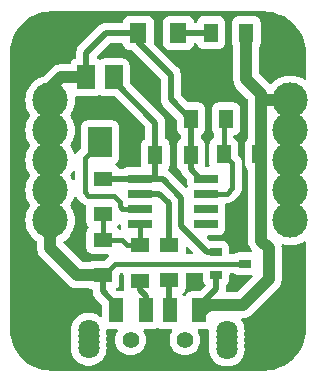
<source format=gbr>
%TF.GenerationSoftware,KiCad,Pcbnew,8.0.7*%
%TF.CreationDate,2025-05-21T10:56:43+00:00*%
%TF.ProjectId,QC_Hack_wPins,51435f48-6163-46b5-9f77-50696e732e6b,v1*%
%TF.SameCoordinates,Original*%
%TF.FileFunction,Copper,L1,Top*%
%TF.FilePolarity,Positive*%
%FSLAX46Y46*%
G04 Gerber Fmt 4.6, Leading zero omitted, Abs format (unit mm)*
G04 Created by KiCad (PCBNEW 8.0.7) date 2025-05-21 10:56:43*
%MOMM*%
%LPD*%
G01*
G04 APERTURE LIST*
%TA.AperFunction,ComponentPad*%
%ADD10C,1.400000*%
%TD*%
%TA.AperFunction,SMDPad,CuDef*%
%ADD11R,1.200000X2.000000*%
%TD*%
%TA.AperFunction,ComponentPad*%
%ADD12C,1.800000*%
%TD*%
%TA.AperFunction,SMDPad,CuDef*%
%ADD13R,1.600000X1.200000*%
%TD*%
%TA.AperFunction,ComponentPad*%
%ADD14C,3.000000*%
%TD*%
%TA.AperFunction,SMDPad,CuDef*%
%ADD15R,1.200000X1.600000*%
%TD*%
%TA.AperFunction,SMDPad,CuDef*%
%ADD16R,1.400000X1.700000*%
%TD*%
%TA.AperFunction,SMDPad,CuDef*%
%ADD17R,2.000000X0.800000*%
%TD*%
%TA.AperFunction,SMDPad,CuDef*%
%ADD18R,1.500000X2.000000*%
%TD*%
%TA.AperFunction,SMDPad,CuDef*%
%ADD19R,2.000000X2.500000*%
%TD*%
%TA.AperFunction,SMDPad,CuDef*%
%ADD20R,1.000000X0.700000*%
%TD*%
%TA.AperFunction,Conductor*%
%ADD21C,0.500000*%
%TD*%
%TA.AperFunction,Conductor*%
%ADD22C,1.000000*%
%TD*%
%TA.AperFunction,Conductor*%
%ADD23C,0.400000*%
%TD*%
G04 APERTURE END LIST*
D10*
%TO.P,P1,*%
%TO.N,*%
X34750000Y-50750000D03*
X39350000Y-50750000D03*
D11*
%TO.P,P1,1,5V*%
%TO.N,VBUS*%
X40550000Y-48250000D03*
%TO.P,P1,2,D-*%
%TO.N,Net-(P1-D-)*%
X38050000Y-48250000D03*
%TO.P,P1,3,D+*%
%TO.N,Net-(P1-D+)*%
X36050000Y-48250000D03*
%TO.P,P1,4,GND*%
%TO.N,GND*%
X33550000Y-48250000D03*
D12*
%TO.P,P1,5,SHIELD*%
%TO.N,unconnected-(P1-SHIELD-Pad5)_1*%
X31200000Y-49950000D03*
%TO.N,unconnected-(P1-SHIELD-Pad5)_6*%
X31200000Y-50450000D03*
%TO.N,unconnected-(P1-SHIELD-Pad5)_5*%
X31200000Y-50950000D03*
%TO.N,unconnected-(P1-SHIELD-Pad5)_7*%
X31200000Y-51450000D03*
%TO.N,unconnected-(P1-SHIELD-Pad5)_4*%
X42900000Y-50000000D03*
%TO.N,unconnected-(P1-SHIELD-Pad5)_3*%
X42900000Y-50500000D03*
%TO.N,unconnected-(P1-SHIELD-Pad5)*%
X42900000Y-51000000D03*
%TO.N,unconnected-(P1-SHIELD-Pad5)_2*%
X42900000Y-51500000D03*
%TD*%
D13*
%TO.P,R3,1*%
%TO.N,D+*%
X35550000Y-42750000D03*
%TO.P,R3,2*%
%TO.N,Net-(P1-D+)*%
X35550000Y-45750000D03*
%TD*%
D14*
%TO.P,J2,1,Pin_1*%
%TO.N,GND*%
X27940000Y-30480000D03*
%TO.P,J2,2,Pin_2*%
X27940000Y-33020000D03*
%TO.P,J2,3,Pin_3*%
X27940000Y-35560000D03*
%TO.P,J2,4,Pin_4*%
X27940000Y-38100000D03*
%TO.P,J2,5,Pin_5*%
X27940000Y-40640000D03*
%TD*%
D15*
%TO.P,C1,1*%
%TO.N,+3.3V*%
X36850000Y-35100000D03*
%TO.P,C1,2*%
%TO.N,GND*%
X39850000Y-35100000D03*
%TD*%
D13*
%TO.P,R1,1*%
%TO.N,D+*%
X32400000Y-42300000D03*
%TO.P,R1,2*%
%TO.N,GND*%
X32400000Y-45300000D03*
%TD*%
D15*
%TO.P,R5,1*%
%TO.N,VBUS*%
X44550000Y-24750000D03*
%TO.P,R5,2*%
%TO.N,Net-(D1-A)*%
X41550000Y-24750000D03*
%TD*%
D16*
%TO.P,D1,1,K*%
%TO.N,GND*%
X35400000Y-24750000D03*
%TO.P,D1,2,A*%
%TO.N,Net-(D1-A)*%
X38800000Y-24750000D03*
%TD*%
D13*
%TO.P,R2,1*%
%TO.N,+3.3V*%
X32400000Y-37100000D03*
%TO.P,R2,2*%
%TO.N,D+*%
X32400000Y-40100000D03*
%TD*%
%TO.P,R4,1*%
%TO.N,D-*%
X38000000Y-42700000D03*
%TO.P,R4,2*%
%TO.N,Net-(P1-D-)*%
X38000000Y-45700000D03*
%TD*%
D15*
%TO.P,R6,1*%
%TO.N,VBUS*%
X45620000Y-35030000D03*
%TO.P,R6,2*%
%TO.N,SENSE*%
X42620000Y-35030000D03*
%TD*%
D17*
%TO.P,U1,1,VCC*%
%TO.N,+3.3V*%
X35550000Y-37100000D03*
%TO.P,U1,2,DAC*%
%TO.N,D-*%
X35550000Y-38370000D03*
%TO.P,U1,3,PA7*%
%TO.N,REG*%
X35550000Y-39640000D03*
%TO.P,U1,4,PA1*%
%TO.N,D+*%
X35550000Y-40910000D03*
%TO.P,U1,5,PA2*%
%TO.N,unconnected-(U1-PA2-Pad5)*%
X41150000Y-40910000D03*
%TO.P,U1,6,UPDI*%
%TO.N,unconnected-(U1-UPDI-Pad6)*%
X41150000Y-39640000D03*
%TO.P,U1,7,PA3*%
%TO.N,SENSE*%
X41150000Y-38370000D03*
%TO.P,U1,8,GND*%
%TO.N,GND*%
X41150000Y-37100000D03*
%TD*%
D18*
%TO.P,RV1,1,1*%
%TO.N,GND*%
X30995000Y-28525000D03*
D19*
%TO.P,RV1,2,2*%
%TO.N,REG*%
X32155000Y-34025000D03*
D18*
%TO.P,RV1,3,3*%
%TO.N,+3.3V*%
X33305000Y-28525000D03*
%TD*%
D15*
%TO.P,R7,1*%
%TO.N,SENSE*%
X42850000Y-32050000D03*
%TO.P,R7,2*%
%TO.N,GND*%
X39850000Y-32050000D03*
%TD*%
D20*
%TO.P,U3,1,VO*%
%TO.N,+3.3V*%
X42000000Y-43350000D03*
%TO.P,U3,2,VI*%
%TO.N,VBUS*%
X42000000Y-45250000D03*
%TO.P,U3,3,GND*%
%TO.N,GND*%
X44400000Y-44300000D03*
%TD*%
D14*
%TO.P,J1,1,Pin_1*%
%TO.N,VBUS*%
X48260000Y-30480000D03*
%TO.P,J1,2,Pin_2*%
X48260000Y-33020000D03*
%TO.P,J1,3,Pin_3*%
X48260000Y-35560000D03*
%TO.P,J1,4,Pin_4*%
X48260000Y-38100000D03*
%TO.P,J1,5,Pin_5*%
X48260000Y-40640000D03*
%TD*%
D21*
%TO.N,+3.3V*%
X41250000Y-43350000D02*
X39050000Y-41150000D01*
X33305000Y-28805000D02*
X36850000Y-32350000D01*
X36850000Y-35100000D02*
X36850000Y-37100000D01*
X42000000Y-43350000D02*
X41250000Y-43350000D01*
X33305000Y-28525000D02*
X33305000Y-28805000D01*
X36850000Y-37100000D02*
X35550000Y-37100000D01*
X39050000Y-38700000D02*
X37450000Y-37100000D01*
X36850000Y-32350000D02*
X36850000Y-35100000D01*
X32400000Y-37100000D02*
X35550000Y-37100000D01*
X39050000Y-41150000D02*
X39050000Y-38700000D01*
X37450000Y-37100000D02*
X36850000Y-37100000D01*
%TO.N,GND*%
X40650000Y-37100000D02*
X39850000Y-36300000D01*
D22*
X27940000Y-40640000D02*
X27940000Y-30480000D01*
D21*
X35400000Y-25550000D02*
X35400000Y-24750000D01*
X39850000Y-36300000D02*
X39850000Y-35100000D01*
D23*
X33400000Y-44300000D02*
X32400000Y-45300000D01*
D21*
X38150000Y-30400000D02*
X38150000Y-28300000D01*
D22*
X30995000Y-28525000D02*
X30995000Y-28755000D01*
X28875000Y-28525000D02*
X30995000Y-28525000D01*
D21*
X39850000Y-32050000D02*
X39800000Y-32050000D01*
X32400000Y-46650000D02*
X32400000Y-45300000D01*
X41150000Y-37100000D02*
X40650000Y-37100000D01*
D22*
X27940000Y-42990000D02*
X27940000Y-40640000D01*
D21*
X30995000Y-28525000D02*
X30995000Y-26455000D01*
X33550000Y-48250000D02*
X33550000Y-47800000D01*
D23*
X44400000Y-44300000D02*
X33400000Y-44300000D01*
D22*
X27940000Y-30480000D02*
X27940000Y-29460000D01*
X32400000Y-45300000D02*
X30250000Y-45300000D01*
D21*
X39800000Y-32050000D02*
X38150000Y-30400000D01*
X30995000Y-26455000D02*
X32700000Y-24750000D01*
X38150000Y-28300000D02*
X35400000Y-25550000D01*
X39850000Y-32050000D02*
X39850000Y-35100000D01*
D22*
X30250000Y-45300000D02*
X27940000Y-42990000D01*
X27940000Y-29460000D02*
X28875000Y-28525000D01*
D21*
X32700000Y-24750000D02*
X35400000Y-24750000D01*
X33550000Y-47800000D02*
X32400000Y-46650000D01*
%TO.N,Net-(D1-A)*%
X41550000Y-24750000D02*
X38800000Y-24750000D01*
D23*
%TO.N,Net-(P1-D-)*%
X38000000Y-48200000D02*
X38050000Y-48250000D01*
D21*
X38000000Y-45700000D02*
X38000000Y-48200000D01*
%TO.N,Net-(P1-D+)*%
X35550000Y-46500000D02*
X35550000Y-45750000D01*
X36050000Y-48250000D02*
X36050000Y-47000000D01*
X36050000Y-47000000D02*
X35550000Y-46500000D01*
D22*
%TO.N,VBUS*%
X48260000Y-30480000D02*
X48260000Y-40640000D01*
X41350000Y-47800000D02*
X40900000Y-48250000D01*
D21*
X40550000Y-48250000D02*
X40550000Y-47900000D01*
D22*
X46330000Y-30480000D02*
X48260000Y-30480000D01*
X45770000Y-30420000D02*
X46270000Y-30420000D01*
X44250000Y-47800000D02*
X41350000Y-47800000D01*
X46440000Y-43010000D02*
X46440000Y-45610000D01*
X46270000Y-30420000D02*
X46330000Y-30480000D01*
X45770000Y-42340000D02*
X46440000Y-43010000D01*
X45770000Y-30420000D02*
X45770000Y-42340000D01*
X45770000Y-29920000D02*
X45770000Y-30420000D01*
X45770000Y-29920000D02*
X44550000Y-28700000D01*
D21*
X42000000Y-46450000D02*
X42000000Y-45250000D01*
D22*
X44550000Y-28700000D02*
X44550000Y-24750000D01*
X40900000Y-48250000D02*
X40550000Y-48250000D01*
X46440000Y-45610000D02*
X44250000Y-47800000D01*
D21*
X40550000Y-47900000D02*
X42000000Y-46450000D01*
D23*
%TO.N,D+*%
X32400000Y-40100000D02*
X32400000Y-42300000D01*
X34000000Y-42300000D02*
X34450000Y-42750000D01*
X32400000Y-42300000D02*
X34000000Y-42300000D01*
X34450000Y-42750000D02*
X35550000Y-42750000D01*
X35550000Y-42750000D02*
X35550000Y-40910000D01*
D21*
%TO.N,D-*%
X38000000Y-42700000D02*
X38000000Y-39200000D01*
X38000000Y-39200000D02*
X37170000Y-38370000D01*
X37170000Y-38370000D02*
X35550000Y-38370000D01*
D23*
%TO.N,SENSE*%
X42620000Y-35030000D02*
X42620000Y-32280000D01*
X41150000Y-38370000D02*
X42870000Y-38370000D01*
X43370000Y-35780000D02*
X42620000Y-35030000D01*
X42870000Y-38370000D02*
X43370000Y-37870000D01*
X42620000Y-32280000D02*
X42850000Y-32050000D01*
X43370000Y-37870000D02*
X43370000Y-35780000D01*
%TO.N,REG*%
X35550000Y-39640000D02*
X34040000Y-39640000D01*
X31150000Y-38550000D02*
X30850000Y-38250000D01*
X30850000Y-38250000D02*
X30850000Y-35330000D01*
X33300000Y-38550000D02*
X31150000Y-38550000D01*
X33850000Y-39450000D02*
X33850000Y-39100000D01*
X33850000Y-39100000D02*
X33300000Y-38550000D01*
X34040000Y-39640000D02*
X33850000Y-39450000D01*
X30850000Y-35330000D02*
X32155000Y-34025000D01*
%TD*%
%TA.AperFunction,NonConductor*%
G36*
X32208127Y-30017913D02*
G01*
X32225481Y-30029065D01*
X32252159Y-30049536D01*
X32252162Y-30049537D01*
X32252163Y-30049538D01*
X32325198Y-30079790D01*
X32398238Y-30110044D01*
X32515639Y-30125500D01*
X33371348Y-30125499D01*
X33438387Y-30145183D01*
X33459029Y-30161818D01*
X35963181Y-32665969D01*
X35996666Y-32727292D01*
X35999500Y-32753650D01*
X35999500Y-33674151D01*
X35979815Y-33741190D01*
X35950987Y-33772527D01*
X35947159Y-33775463D01*
X35947159Y-33775464D01*
X35912947Y-33801716D01*
X35821718Y-33871718D01*
X35725463Y-33997160D01*
X35664956Y-34143237D01*
X35664955Y-34143239D01*
X35653855Y-34227557D01*
X35649501Y-34260636D01*
X35649500Y-34260645D01*
X35649500Y-35939359D01*
X35652128Y-35959320D01*
X35641359Y-36028355D01*
X35594977Y-36080609D01*
X35529188Y-36099500D01*
X34510636Y-36099500D01*
X34393246Y-36114953D01*
X34393237Y-36114956D01*
X34247157Y-36175464D01*
X34184067Y-36223876D01*
X34118898Y-36249070D01*
X34108581Y-36249500D01*
X33825849Y-36249500D01*
X33758810Y-36229815D01*
X33727473Y-36200987D01*
X33724536Y-36197159D01*
X33628282Y-36071718D01*
X33502841Y-35975464D01*
X33502839Y-35975463D01*
X33496392Y-35970516D01*
X33498007Y-35968411D01*
X33458833Y-35927330D01*
X33445606Y-35858724D01*
X33471570Y-35793858D01*
X33493555Y-35772131D01*
X33583282Y-35703282D01*
X33679536Y-35577841D01*
X33740044Y-35431762D01*
X33755500Y-35314361D01*
X33755499Y-32735640D01*
X33755499Y-32735639D01*
X33755499Y-32735636D01*
X33740046Y-32618246D01*
X33740044Y-32618239D01*
X33740044Y-32618238D01*
X33679536Y-32472159D01*
X33583282Y-32346718D01*
X33457841Y-32250464D01*
X33311762Y-32189956D01*
X33311760Y-32189955D01*
X33194370Y-32174501D01*
X33194367Y-32174500D01*
X33194361Y-32174500D01*
X33194354Y-32174500D01*
X31115636Y-32174500D01*
X30998246Y-32189953D01*
X30998237Y-32189956D01*
X30852160Y-32250463D01*
X30726718Y-32346718D01*
X30630463Y-32472160D01*
X30569956Y-32618237D01*
X30569955Y-32618239D01*
X30555599Y-32727292D01*
X30554501Y-32735636D01*
X30554500Y-32735645D01*
X30554500Y-34442059D01*
X30534815Y-34509098D01*
X30518180Y-34529740D01*
X30339711Y-34708211D01*
X30283961Y-34763961D01*
X30228211Y-34819710D01*
X30155176Y-34929014D01*
X30101563Y-34973818D01*
X30032238Y-34982525D01*
X29969211Y-34952370D01*
X29935234Y-34901647D01*
X29871105Y-34721206D01*
X29871106Y-34721206D01*
X29771895Y-34529740D01*
X29738901Y-34466064D01*
X29665095Y-34361505D01*
X29642518Y-34295388D01*
X29659271Y-34227557D01*
X29665083Y-34218512D01*
X29738901Y-34113936D01*
X29871104Y-33858797D01*
X29967334Y-33588032D01*
X30025798Y-33306686D01*
X30045408Y-33020000D01*
X30025798Y-32733314D01*
X29967334Y-32451968D01*
X29871105Y-32181206D01*
X29871106Y-32181206D01*
X29786905Y-32018707D01*
X29738901Y-31926064D01*
X29665095Y-31821505D01*
X29642518Y-31755388D01*
X29659271Y-31687557D01*
X29665083Y-31678512D01*
X29738901Y-31573936D01*
X29871104Y-31318797D01*
X29967334Y-31048032D01*
X30025798Y-30766686D01*
X30045408Y-30480000D01*
X30029824Y-30252171D01*
X30044888Y-30183946D01*
X30094446Y-30134694D01*
X30162765Y-30120054D01*
X30169708Y-30120769D01*
X30205639Y-30125500D01*
X31784360Y-30125499D01*
X31784363Y-30125499D01*
X31901753Y-30110046D01*
X31901757Y-30110044D01*
X31901762Y-30110044D01*
X32047836Y-30049538D01*
X32047837Y-30049538D01*
X32047837Y-30049537D01*
X32047841Y-30049536D01*
X32074514Y-30029068D01*
X32139682Y-30003875D01*
X32208127Y-30017913D01*
G37*
%TD.AperFunction*%
%TA.AperFunction,NonConductor*%
G36*
X29997636Y-36462486D02*
G01*
X30040713Y-36517496D01*
X30049500Y-36563344D01*
X30049500Y-37096655D01*
X30029815Y-37163694D01*
X29977011Y-37209449D01*
X29907853Y-37219393D01*
X29844297Y-37190368D01*
X29815402Y-37153704D01*
X29738901Y-37006064D01*
X29665095Y-36901505D01*
X29642518Y-36835388D01*
X29659271Y-36767557D01*
X29665083Y-36758512D01*
X29738901Y-36653936D01*
X29815402Y-36506295D01*
X29863723Y-36455829D01*
X29931657Y-36439497D01*
X29997636Y-36462486D01*
G37*
%TD.AperFunction*%
%TA.AperFunction,NonConductor*%
G36*
X34052678Y-25620185D02*
G01*
X34098433Y-25672989D01*
X34108578Y-25708317D01*
X34114953Y-25756753D01*
X34114956Y-25756762D01*
X34175464Y-25902841D01*
X34271718Y-26028282D01*
X34397159Y-26124536D01*
X34543238Y-26185044D01*
X34660639Y-26200500D01*
X34796347Y-26200499D01*
X34863387Y-26220183D01*
X34884029Y-26236818D01*
X37263181Y-28615969D01*
X37296666Y-28677292D01*
X37299500Y-28703650D01*
X37299500Y-30483771D01*
X37332183Y-30648079D01*
X37332771Y-30649498D01*
X37332779Y-30649518D01*
X37396292Y-30802856D01*
X37396299Y-30802869D01*
X37489372Y-30942161D01*
X37489375Y-30942165D01*
X38613181Y-32065969D01*
X38646666Y-32127292D01*
X38649500Y-32153650D01*
X38649500Y-32889363D01*
X38664953Y-33006753D01*
X38664956Y-33006762D01*
X38725464Y-33152841D01*
X38821718Y-33278282D01*
X38947159Y-33374536D01*
X38947160Y-33374536D01*
X38950986Y-33377472D01*
X38992189Y-33433900D01*
X38999500Y-33475848D01*
X38999500Y-33674151D01*
X38979815Y-33741190D01*
X38950987Y-33772527D01*
X38947159Y-33775463D01*
X38947159Y-33775464D01*
X38912947Y-33801716D01*
X38821718Y-33871718D01*
X38725463Y-33997160D01*
X38664956Y-34143237D01*
X38664955Y-34143239D01*
X38653855Y-34227557D01*
X38649501Y-34260636D01*
X38649500Y-34260645D01*
X38649500Y-35939363D01*
X38664953Y-36056753D01*
X38664956Y-36056762D01*
X38689059Y-36114953D01*
X38725464Y-36202841D01*
X38821718Y-36328282D01*
X38947159Y-36424536D01*
X38951801Y-36426458D01*
X39006204Y-36470296D01*
X39025967Y-36516829D01*
X39032182Y-36548074D01*
X39032185Y-36548086D01*
X39045612Y-36580501D01*
X39096292Y-36702856D01*
X39096299Y-36702869D01*
X39189372Y-36842161D01*
X39189375Y-36842165D01*
X39513181Y-37165970D01*
X39546666Y-37227293D01*
X39549500Y-37253651D01*
X39549500Y-37539363D01*
X39564954Y-37656755D01*
X39564955Y-37656760D01*
X39577705Y-37687541D01*
X39585174Y-37757011D01*
X39553898Y-37819490D01*
X39493809Y-37855142D01*
X39423984Y-37852647D01*
X39375463Y-37822674D01*
X37992165Y-36439375D01*
X37992159Y-36439370D01*
X37970608Y-36424970D01*
X37925804Y-36371358D01*
X37917097Y-36302033D01*
X37941122Y-36246385D01*
X37974536Y-36202841D01*
X38035044Y-36056762D01*
X38050500Y-35939361D01*
X38050499Y-34260640D01*
X38050499Y-34260639D01*
X38050499Y-34260636D01*
X38035046Y-34143246D01*
X38035044Y-34143239D01*
X38035044Y-34143238D01*
X37974536Y-33997159D01*
X37878282Y-33871718D01*
X37752841Y-33775464D01*
X37752840Y-33775463D01*
X37749013Y-33772527D01*
X37707811Y-33716099D01*
X37700500Y-33674151D01*
X37700500Y-32266232D01*
X37700499Y-32266228D01*
X37683587Y-32181206D01*
X37667816Y-32101918D01*
X37633349Y-32018708D01*
X37603704Y-31947137D01*
X37510626Y-31807838D01*
X37510622Y-31807834D01*
X37510620Y-31807831D01*
X34691818Y-28989029D01*
X34658333Y-28927706D01*
X34655499Y-28901348D01*
X34655499Y-27485636D01*
X34640046Y-27368246D01*
X34640044Y-27368241D01*
X34640044Y-27368238D01*
X34579536Y-27222159D01*
X34483282Y-27096718D01*
X34357841Y-27000464D01*
X34211762Y-26939956D01*
X34211760Y-26939955D01*
X34094370Y-26924501D01*
X34094367Y-26924500D01*
X34094361Y-26924500D01*
X34094354Y-26924500D01*
X32515636Y-26924500D01*
X32398246Y-26939953D01*
X32398237Y-26939956D01*
X32252158Y-27000464D01*
X32225485Y-27020931D01*
X32160316Y-27046124D01*
X32091871Y-27032085D01*
X32074515Y-27020931D01*
X32047841Y-27000464D01*
X31939620Y-26955637D01*
X31885217Y-26911796D01*
X31863152Y-26845501D01*
X31880431Y-26777802D01*
X31899388Y-26753399D01*
X33015969Y-25636819D01*
X33077292Y-25603334D01*
X33103650Y-25600500D01*
X33985639Y-25600500D01*
X34052678Y-25620185D01*
G37*
%TD.AperFunction*%
%TA.AperFunction,NonConductor*%
G36*
X33914218Y-40988321D02*
G01*
X33946971Y-41050038D01*
X33949500Y-41074953D01*
X33949500Y-41325046D01*
X33929815Y-41392085D01*
X33877011Y-41437840D01*
X33807853Y-41447784D01*
X33744297Y-41418759D01*
X33727124Y-41400532D01*
X33724534Y-41397157D01*
X33631172Y-41275485D01*
X33605979Y-41210317D01*
X33620017Y-41141872D01*
X33631173Y-41124514D01*
X33724536Y-41002841D01*
X33724537Y-41002838D01*
X33727124Y-40999467D01*
X33783551Y-40958264D01*
X33853297Y-40954109D01*
X33914218Y-40988321D01*
G37*
%TD.AperFunction*%
%TA.AperFunction,NonConductor*%
G36*
X39605701Y-42908937D02*
G01*
X39612180Y-42914969D01*
X39985030Y-43287819D01*
X40018515Y-43349142D01*
X40013531Y-43418834D01*
X39971659Y-43474767D01*
X39906195Y-43499184D01*
X39897349Y-43499500D01*
X39520812Y-43499500D01*
X39453773Y-43479815D01*
X39408018Y-43427011D01*
X39397873Y-43359314D01*
X39400500Y-43339361D01*
X39400499Y-43002648D01*
X39420183Y-42935611D01*
X39472987Y-42889856D01*
X39542146Y-42879912D01*
X39605701Y-42908937D01*
G37*
%TD.AperFunction*%
%TA.AperFunction,NonConductor*%
G36*
X30128364Y-38637912D02*
G01*
X30173736Y-38678763D01*
X30228210Y-38760288D01*
X30228213Y-38760292D01*
X30528211Y-39060289D01*
X30607657Y-39139735D01*
X30639712Y-39171790D01*
X30770814Y-39259390D01*
X30770827Y-39259397D01*
X30922131Y-39322068D01*
X30921340Y-39323976D01*
X30971903Y-39357103D01*
X31000367Y-39420912D01*
X31000418Y-39453661D01*
X30999501Y-39460623D01*
X30999500Y-39460645D01*
X30999500Y-40739363D01*
X31014953Y-40856753D01*
X31014956Y-40856762D01*
X31075464Y-41002842D01*
X31168826Y-41124514D01*
X31194020Y-41189683D01*
X31179981Y-41258128D01*
X31168826Y-41275486D01*
X31075464Y-41397157D01*
X31014956Y-41543237D01*
X31014955Y-41543239D01*
X30999501Y-41660629D01*
X30999500Y-41660645D01*
X30999500Y-42939363D01*
X31014953Y-43056753D01*
X31014956Y-43056762D01*
X31075464Y-43202841D01*
X31171718Y-43328282D01*
X31297159Y-43424536D01*
X31443238Y-43485044D01*
X31560639Y-43500500D01*
X32768059Y-43500499D01*
X32835098Y-43520184D01*
X32880853Y-43572987D01*
X32890797Y-43642146D01*
X32861772Y-43705702D01*
X32855740Y-43712180D01*
X32504739Y-44063181D01*
X32443416Y-44096666D01*
X32417058Y-44099500D01*
X31560636Y-44099500D01*
X31443246Y-44114953D01*
X31443234Y-44114957D01*
X31297163Y-44175461D01*
X31290124Y-44179526D01*
X31289117Y-44177783D01*
X31234068Y-44199069D01*
X31223743Y-44199500D01*
X30757204Y-44199500D01*
X30690165Y-44179815D01*
X30669523Y-44163181D01*
X29086825Y-42580483D01*
X29053340Y-42519160D01*
X29058324Y-42449468D01*
X29100196Y-42393535D01*
X29110078Y-42386854D01*
X29149006Y-42363181D01*
X29154147Y-42360055D01*
X29377053Y-42178708D01*
X29573189Y-41968698D01*
X29738901Y-41733936D01*
X29871104Y-41478797D01*
X29967334Y-41208032D01*
X30025798Y-40926686D01*
X30045408Y-40640000D01*
X30025798Y-40353314D01*
X29967334Y-40071968D01*
X29871105Y-39801206D01*
X29871106Y-39801206D01*
X29738900Y-39546063D01*
X29665095Y-39441505D01*
X29642518Y-39375388D01*
X29659271Y-39307557D01*
X29665083Y-39298512D01*
X29738901Y-39193936D01*
X29871104Y-38938797D01*
X29953795Y-38706125D01*
X29994791Y-38649553D01*
X30059869Y-38624122D01*
X30128364Y-38637912D01*
G37*
%TD.AperFunction*%
%TA.AperFunction,NonConductor*%
G36*
X34092539Y-45120185D02*
G01*
X34138294Y-45172989D01*
X34149500Y-45224500D01*
X34149500Y-46389363D01*
X34165291Y-46509317D01*
X34154524Y-46578352D01*
X34108143Y-46630607D01*
X34042352Y-46649500D01*
X33653651Y-46649500D01*
X33586612Y-46629815D01*
X33565970Y-46613181D01*
X33531802Y-46579013D01*
X33498317Y-46517690D01*
X33503301Y-46447998D01*
X33543997Y-46392956D01*
X33569480Y-46373402D01*
X33628282Y-46328282D01*
X33724536Y-46202841D01*
X33785044Y-46056762D01*
X33800500Y-45939361D01*
X33800499Y-45224499D01*
X33820183Y-45157461D01*
X33872987Y-45111706D01*
X33924499Y-45100500D01*
X34025500Y-45100500D01*
X34092539Y-45120185D01*
G37*
%TD.AperFunction*%
%TA.AperFunction,NonConductor*%
G36*
X43525620Y-45120185D02*
G01*
X43534067Y-45126124D01*
X43597157Y-45174535D01*
X43597158Y-45174535D01*
X43597159Y-45174536D01*
X43743238Y-45235044D01*
X43860639Y-45250500D01*
X44939360Y-45250499D01*
X44943419Y-45250499D01*
X44943419Y-45252497D01*
X45003757Y-45265918D01*
X45052931Y-45315554D01*
X45067464Y-45383895D01*
X45042742Y-45449245D01*
X45031504Y-45462153D01*
X43830477Y-46663181D01*
X43769154Y-46696666D01*
X43742796Y-46699500D01*
X42968628Y-46699500D01*
X42901589Y-46679815D01*
X42855834Y-46627011D01*
X42845890Y-46557853D01*
X42847011Y-46551308D01*
X42847368Y-46549512D01*
X42850500Y-46533767D01*
X42850500Y-46149115D01*
X42870185Y-46082076D01*
X42899011Y-46050742D01*
X42928282Y-46028282D01*
X43024536Y-45902841D01*
X43085044Y-45756762D01*
X43100500Y-45639361D01*
X43100499Y-45224499D01*
X43120183Y-45157461D01*
X43172987Y-45111706D01*
X43224499Y-45100500D01*
X43458581Y-45100500D01*
X43525620Y-45120185D01*
G37*
%TD.AperFunction*%
%TA.AperFunction,NonConductor*%
G36*
X40842539Y-45120185D02*
G01*
X40888294Y-45172989D01*
X40899500Y-45224500D01*
X40899500Y-45639363D01*
X40914953Y-45756753D01*
X40914956Y-45756762D01*
X40975464Y-45902842D01*
X41069433Y-46025304D01*
X41094627Y-46090473D01*
X41080589Y-46158918D01*
X41058738Y-46188471D01*
X40634028Y-46613181D01*
X40572705Y-46646666D01*
X40546347Y-46649500D01*
X39910636Y-46649500D01*
X39793246Y-46664953D01*
X39793237Y-46664956D01*
X39647160Y-46725463D01*
X39521718Y-46821718D01*
X39425463Y-46947160D01*
X39414561Y-46973481D01*
X39370720Y-47027884D01*
X39304425Y-47049949D01*
X39236726Y-47032670D01*
X39189116Y-46981532D01*
X39185439Y-46973480D01*
X39174538Y-46947163D01*
X39174538Y-46947162D01*
X39174536Y-46947159D01*
X39164229Y-46933726D01*
X39139036Y-46868560D01*
X39153074Y-46800115D01*
X39187118Y-46759867D01*
X39228282Y-46728282D01*
X39324536Y-46602841D01*
X39385044Y-46456762D01*
X39400500Y-46339361D01*
X39400499Y-45224499D01*
X39420184Y-45157461D01*
X39472987Y-45111706D01*
X39524499Y-45100500D01*
X40775500Y-45100500D01*
X40842539Y-45120185D01*
G37*
%TD.AperFunction*%
%TA.AperFunction,NonConductor*%
G36*
X46078032Y-22950648D02*
G01*
X46411929Y-22967052D01*
X46424037Y-22968245D01*
X46527146Y-22983539D01*
X46751699Y-23016849D01*
X46763617Y-23019219D01*
X47084951Y-23099709D01*
X47096588Y-23103240D01*
X47167806Y-23128722D01*
X47408467Y-23214832D01*
X47419688Y-23219479D01*
X47719163Y-23361120D01*
X47729871Y-23366844D01*
X48013988Y-23537137D01*
X48024103Y-23543895D01*
X48163338Y-23647159D01*
X48290170Y-23741224D01*
X48299576Y-23748944D01*
X48545013Y-23971395D01*
X48553604Y-23979986D01*
X48652748Y-24089374D01*
X48776055Y-24225423D01*
X48783775Y-24234829D01*
X48981102Y-24500893D01*
X48987862Y-24511011D01*
X49116776Y-24726092D01*
X49158148Y-24795116D01*
X49163885Y-24805848D01*
X49305514Y-25105297D01*
X49310170Y-25116540D01*
X49421759Y-25428411D01*
X49425292Y-25440055D01*
X49505777Y-25761369D01*
X49508151Y-25773305D01*
X49556754Y-26100962D01*
X49557947Y-26113071D01*
X49574351Y-26446966D01*
X49574500Y-26453051D01*
X49574500Y-28600436D01*
X49554815Y-28667475D01*
X49502011Y-28713230D01*
X49432853Y-28723174D01*
X49386072Y-28706384D01*
X49228623Y-28610637D01*
X49228618Y-28610635D01*
X48965063Y-28496158D01*
X48965061Y-28496157D01*
X48965058Y-28496156D01*
X48835578Y-28459877D01*
X48688364Y-28418630D01*
X48688359Y-28418629D01*
X48688358Y-28418629D01*
X48546018Y-28399064D01*
X48403679Y-28379500D01*
X48403678Y-28379500D01*
X48116322Y-28379500D01*
X48116321Y-28379500D01*
X47831642Y-28418629D01*
X47831635Y-28418630D01*
X47623861Y-28476845D01*
X47554942Y-28496156D01*
X47554939Y-28496156D01*
X47554936Y-28496158D01*
X47554935Y-28496158D01*
X47291382Y-28610634D01*
X47045853Y-28759944D01*
X46822950Y-28941289D01*
X46680985Y-29093295D01*
X46620841Y-29128854D01*
X46551020Y-29126251D01*
X46502681Y-29096339D01*
X45686819Y-28280477D01*
X45653334Y-28219154D01*
X45650500Y-28192796D01*
X45650500Y-25926257D01*
X45670185Y-25859218D01*
X45673924Y-25853900D01*
X45674532Y-25852845D01*
X45674536Y-25852841D01*
X45735044Y-25706762D01*
X45750500Y-25589361D01*
X45750499Y-23910640D01*
X45750499Y-23910639D01*
X45750499Y-23910636D01*
X45735046Y-23793246D01*
X45735044Y-23793239D01*
X45735044Y-23793238D01*
X45674536Y-23647159D01*
X45578282Y-23521718D01*
X45452841Y-23425464D01*
X45306762Y-23364956D01*
X45306760Y-23364955D01*
X45189370Y-23349501D01*
X45189367Y-23349500D01*
X45189361Y-23349500D01*
X45189354Y-23349500D01*
X43910636Y-23349500D01*
X43793246Y-23364953D01*
X43793237Y-23364956D01*
X43647160Y-23425463D01*
X43521718Y-23521718D01*
X43425463Y-23647160D01*
X43364956Y-23793237D01*
X43364955Y-23793239D01*
X43350966Y-23899500D01*
X43349501Y-23910636D01*
X43349500Y-23910645D01*
X43349500Y-25589363D01*
X43364953Y-25706753D01*
X43364957Y-25706765D01*
X43425461Y-25852836D01*
X43429526Y-25859876D01*
X43427783Y-25860882D01*
X43449069Y-25915932D01*
X43449500Y-25926257D01*
X43449500Y-28786610D01*
X43475807Y-28952710D01*
X43476598Y-28957701D01*
X43530127Y-29122445D01*
X43608768Y-29276788D01*
X43710586Y-29416928D01*
X43710588Y-29416930D01*
X44633181Y-30339523D01*
X44666666Y-30400846D01*
X44669500Y-30427204D01*
X44669500Y-33680883D01*
X44649815Y-33747922D01*
X44620987Y-33779258D01*
X44591721Y-33801714D01*
X44495463Y-33927160D01*
X44434956Y-34073237D01*
X44434955Y-34073239D01*
X44425740Y-34143238D01*
X44419501Y-34190636D01*
X44419500Y-34190645D01*
X44419500Y-35869363D01*
X44434953Y-35986753D01*
X44434956Y-35986762D01*
X44488054Y-36114953D01*
X44495464Y-36132841D01*
X44591718Y-36258282D01*
X44620987Y-36280740D01*
X44662189Y-36337165D01*
X44669500Y-36379115D01*
X44669500Y-42426610D01*
X44692482Y-42571718D01*
X44696598Y-42597701D01*
X44750127Y-42762445D01*
X44828768Y-42916788D01*
X44930586Y-43056928D01*
X44930588Y-43056930D01*
X45011477Y-43137819D01*
X45044962Y-43199142D01*
X45039978Y-43268834D01*
X44998106Y-43324767D01*
X44932642Y-43349184D01*
X44923796Y-43349500D01*
X43860636Y-43349500D01*
X43743246Y-43364953D01*
X43743237Y-43364956D01*
X43597157Y-43425464D01*
X43534067Y-43473876D01*
X43468898Y-43499070D01*
X43458581Y-43499500D01*
X43224500Y-43499500D01*
X43157461Y-43479815D01*
X43111706Y-43427011D01*
X43100500Y-43375500D01*
X43100499Y-42960636D01*
X43085046Y-42843246D01*
X43085044Y-42843241D01*
X43085044Y-42843238D01*
X43024536Y-42697159D01*
X42928282Y-42571718D01*
X42802841Y-42475464D01*
X42791745Y-42470868D01*
X42656762Y-42414956D01*
X42656760Y-42414955D01*
X42539370Y-42399501D01*
X42539367Y-42399500D01*
X42539361Y-42399500D01*
X42539354Y-42399500D01*
X41553651Y-42399500D01*
X41486612Y-42379815D01*
X41465970Y-42363181D01*
X41224969Y-42122180D01*
X41191484Y-42060857D01*
X41196468Y-41991165D01*
X41238340Y-41935232D01*
X41303804Y-41910815D01*
X41312650Y-41910499D01*
X42189363Y-41910499D01*
X42306753Y-41895046D01*
X42306757Y-41895044D01*
X42306762Y-41895044D01*
X42452841Y-41834536D01*
X42578282Y-41738282D01*
X42674536Y-41612841D01*
X42735044Y-41466762D01*
X42750500Y-41349361D01*
X42750499Y-40470640D01*
X42750499Y-40470639D01*
X42750499Y-40470636D01*
X42735046Y-40353246D01*
X42735044Y-40353242D01*
X42735044Y-40353238D01*
X42722291Y-40322452D01*
X42714823Y-40252984D01*
X42722290Y-40227550D01*
X42735044Y-40196762D01*
X42750500Y-40079361D01*
X42750499Y-39294499D01*
X42770183Y-39227461D01*
X42822987Y-39181706D01*
X42874499Y-39170500D01*
X42948844Y-39170500D01*
X42948845Y-39170499D01*
X43103497Y-39139737D01*
X43249179Y-39079394D01*
X43380289Y-38991789D01*
X43991789Y-38380289D01*
X44079394Y-38249179D01*
X44139738Y-38103497D01*
X44170500Y-37948842D01*
X44170500Y-37791157D01*
X44170500Y-35701158D01*
X44170500Y-35701155D01*
X44170499Y-35701153D01*
X44139737Y-35546503D01*
X44139735Y-35546498D01*
X44079397Y-35400827D01*
X44079390Y-35400814D01*
X43991790Y-35269712D01*
X43973236Y-35251158D01*
X43880289Y-35158211D01*
X43856818Y-35134740D01*
X43823333Y-35073417D01*
X43820499Y-35047059D01*
X43820499Y-34190636D01*
X43805046Y-34073246D01*
X43805044Y-34073239D01*
X43805044Y-34073238D01*
X43744536Y-33927159D01*
X43648282Y-33801718D01*
X43648280Y-33801717D01*
X43648280Y-33801716D01*
X43522841Y-33705464D01*
X43522840Y-33705463D01*
X43497046Y-33694779D01*
X43442643Y-33650937D01*
X43420579Y-33584642D01*
X43420500Y-33580218D01*
X43420500Y-33568310D01*
X43440185Y-33501271D01*
X43492989Y-33455516D01*
X43528317Y-33445371D01*
X43606753Y-33435046D01*
X43606757Y-33435044D01*
X43606762Y-33435044D01*
X43752841Y-33374536D01*
X43878282Y-33278282D01*
X43974536Y-33152841D01*
X44035044Y-33006762D01*
X44050500Y-32889361D01*
X44050499Y-31210640D01*
X44050499Y-31210639D01*
X44050499Y-31210636D01*
X44035046Y-31093246D01*
X44035044Y-31093239D01*
X44035044Y-31093238D01*
X43974536Y-30947159D01*
X43878282Y-30821718D01*
X43752841Y-30725464D01*
X43606762Y-30664956D01*
X43606760Y-30664955D01*
X43489370Y-30649501D01*
X43489367Y-30649500D01*
X43489361Y-30649500D01*
X43489354Y-30649500D01*
X42210636Y-30649500D01*
X42093246Y-30664953D01*
X42093237Y-30664956D01*
X41947160Y-30725463D01*
X41821718Y-30821718D01*
X41725463Y-30947160D01*
X41664956Y-31093237D01*
X41664955Y-31093239D01*
X41649501Y-31210629D01*
X41649501Y-31210636D01*
X41649500Y-31210645D01*
X41649500Y-32889363D01*
X41664953Y-33006753D01*
X41664957Y-33006765D01*
X41725461Y-33152836D01*
X41725461Y-33152837D01*
X41725463Y-33152839D01*
X41725464Y-33152841D01*
X41793876Y-33241998D01*
X41819070Y-33307166D01*
X41819500Y-33317483D01*
X41819500Y-33580218D01*
X41799815Y-33647257D01*
X41747011Y-33693012D01*
X41742954Y-33694779D01*
X41717159Y-33705463D01*
X41717158Y-33705464D01*
X41591719Y-33801716D01*
X41495463Y-33927160D01*
X41434956Y-34073237D01*
X41434955Y-34073239D01*
X41425740Y-34143238D01*
X41419501Y-34190636D01*
X41419500Y-34190645D01*
X41419500Y-35869363D01*
X41431342Y-35959317D01*
X41420575Y-36028352D01*
X41374195Y-36080607D01*
X41308403Y-36099500D01*
X41170812Y-36099500D01*
X41103773Y-36079815D01*
X41058018Y-36027011D01*
X41047873Y-35959314D01*
X41050499Y-35939368D01*
X41050500Y-35939361D01*
X41050499Y-34260640D01*
X41050499Y-34260639D01*
X41050499Y-34260636D01*
X41035046Y-34143246D01*
X41035044Y-34143239D01*
X41035044Y-34143238D01*
X40974536Y-33997159D01*
X40878282Y-33871718D01*
X40752841Y-33775464D01*
X40752840Y-33775463D01*
X40749013Y-33772527D01*
X40707811Y-33716099D01*
X40700500Y-33674151D01*
X40700500Y-33475848D01*
X40720185Y-33408809D01*
X40749014Y-33377472D01*
X40752839Y-33374536D01*
X40752841Y-33374536D01*
X40878282Y-33278282D01*
X40974536Y-33152841D01*
X41035044Y-33006762D01*
X41050500Y-32889361D01*
X41050499Y-31210640D01*
X41050499Y-31210639D01*
X41050499Y-31210636D01*
X41035046Y-31093246D01*
X41035044Y-31093239D01*
X41035044Y-31093238D01*
X40974536Y-30947159D01*
X40878282Y-30821718D01*
X40752841Y-30725464D01*
X40606762Y-30664956D01*
X40606760Y-30664955D01*
X40489370Y-30649501D01*
X40489367Y-30649500D01*
X40489361Y-30649500D01*
X40489354Y-30649500D01*
X39653651Y-30649500D01*
X39586612Y-30629815D01*
X39565970Y-30613181D01*
X39036819Y-30084030D01*
X39003334Y-30022707D01*
X39000500Y-29996349D01*
X39000500Y-28216232D01*
X39000499Y-28216228D01*
X38967817Y-28051925D01*
X38967816Y-28051918D01*
X38903703Y-27897137D01*
X38810626Y-27757838D01*
X38692162Y-27639374D01*
X36736818Y-25684029D01*
X36703333Y-25622706D01*
X36700499Y-25596357D01*
X36700499Y-23860645D01*
X37499500Y-23860645D01*
X37499500Y-25639363D01*
X37514953Y-25756753D01*
X37514956Y-25756762D01*
X37575464Y-25902841D01*
X37671718Y-26028282D01*
X37797159Y-26124536D01*
X37943238Y-26185044D01*
X38060639Y-26200500D01*
X39539360Y-26200499D01*
X39539363Y-26200499D01*
X39656753Y-26185046D01*
X39656757Y-26185044D01*
X39656762Y-26185044D01*
X39802841Y-26124536D01*
X39928282Y-26028282D01*
X40024536Y-25902841D01*
X40085044Y-25756762D01*
X40091422Y-25708314D01*
X40119688Y-25644418D01*
X40178013Y-25605947D01*
X40214361Y-25600500D01*
X40242222Y-25600500D01*
X40309261Y-25620185D01*
X40355016Y-25672989D01*
X40362487Y-25699009D01*
X40362853Y-25698912D01*
X40364956Y-25706762D01*
X40425464Y-25852841D01*
X40521718Y-25978282D01*
X40647159Y-26074536D01*
X40793238Y-26135044D01*
X40910639Y-26150500D01*
X42189360Y-26150499D01*
X42189363Y-26150499D01*
X42306753Y-26135046D01*
X42306757Y-26135044D01*
X42306762Y-26135044D01*
X42452841Y-26074536D01*
X42578282Y-25978282D01*
X42674536Y-25852841D01*
X42735044Y-25706762D01*
X42750500Y-25589361D01*
X42750499Y-23910640D01*
X42750499Y-23910639D01*
X42750499Y-23910636D01*
X42735046Y-23793246D01*
X42735044Y-23793239D01*
X42735044Y-23793238D01*
X42674536Y-23647159D01*
X42578282Y-23521718D01*
X42452841Y-23425464D01*
X42306762Y-23364956D01*
X42306760Y-23364955D01*
X42189370Y-23349501D01*
X42189367Y-23349500D01*
X42189361Y-23349500D01*
X42189354Y-23349500D01*
X40910636Y-23349500D01*
X40793246Y-23364953D01*
X40793237Y-23364956D01*
X40647160Y-23425463D01*
X40521718Y-23521718D01*
X40425463Y-23647160D01*
X40364956Y-23793237D01*
X40362853Y-23801088D01*
X40361196Y-23800644D01*
X40336899Y-23855576D01*
X40278577Y-23894051D01*
X40242222Y-23899500D01*
X40214361Y-23899500D01*
X40147322Y-23879815D01*
X40101567Y-23827011D01*
X40091422Y-23791683D01*
X40085046Y-23743246D01*
X40085044Y-23743239D01*
X40085044Y-23743238D01*
X40024536Y-23597159D01*
X39928282Y-23471718D01*
X39802841Y-23375464D01*
X39782047Y-23366851D01*
X39656762Y-23314956D01*
X39656760Y-23314955D01*
X39539370Y-23299501D01*
X39539367Y-23299500D01*
X39539361Y-23299500D01*
X39539354Y-23299500D01*
X38060636Y-23299500D01*
X37943246Y-23314953D01*
X37943237Y-23314956D01*
X37797160Y-23375463D01*
X37671718Y-23471718D01*
X37575463Y-23597160D01*
X37514956Y-23743237D01*
X37514955Y-23743239D01*
X37499501Y-23860629D01*
X37499501Y-23860636D01*
X37499500Y-23860645D01*
X36700499Y-23860645D01*
X36700499Y-23860640D01*
X36700499Y-23860639D01*
X36700499Y-23860636D01*
X36685046Y-23743246D01*
X36685044Y-23743239D01*
X36685044Y-23743238D01*
X36624536Y-23597159D01*
X36528282Y-23471718D01*
X36402841Y-23375464D01*
X36382047Y-23366851D01*
X36256762Y-23314956D01*
X36256760Y-23314955D01*
X36139370Y-23299501D01*
X36139367Y-23299500D01*
X36139361Y-23299500D01*
X36139354Y-23299500D01*
X34660636Y-23299500D01*
X34543246Y-23314953D01*
X34543237Y-23314956D01*
X34397160Y-23375463D01*
X34271718Y-23471718D01*
X34175463Y-23597160D01*
X34114956Y-23743237D01*
X34114955Y-23743239D01*
X34108578Y-23791685D01*
X34080312Y-23855582D01*
X34021987Y-23894053D01*
X33985639Y-23899500D01*
X32616228Y-23899500D01*
X32451925Y-23932182D01*
X32451913Y-23932185D01*
X32406583Y-23950962D01*
X32297143Y-23996292D01*
X32157831Y-24089379D01*
X32157830Y-24089380D01*
X30334375Y-25912834D01*
X30334372Y-25912838D01*
X30241297Y-26052133D01*
X30241296Y-26052136D01*
X30218576Y-26106988D01*
X30218576Y-26106989D01*
X30177184Y-26206917D01*
X30177182Y-26206925D01*
X30144500Y-26371228D01*
X30144500Y-26833797D01*
X30124815Y-26900836D01*
X30072011Y-26946591D01*
X30067953Y-26948358D01*
X29942160Y-27000463D01*
X29816718Y-27096718D01*
X29720462Y-27222161D01*
X29668359Y-27347952D01*
X29624518Y-27402356D01*
X29558224Y-27424421D01*
X29553798Y-27424500D01*
X28788389Y-27424500D01*
X28748728Y-27430781D01*
X28617302Y-27451597D01*
X28452552Y-27505128D01*
X28298211Y-27583768D01*
X28173331Y-27674500D01*
X28158066Y-27685590D01*
X27414275Y-28429381D01*
X27360049Y-28461102D01*
X27234938Y-28496157D01*
X26971382Y-28610634D01*
X26725853Y-28759944D01*
X26502950Y-28941289D01*
X26306812Y-29151299D01*
X26141098Y-29386064D01*
X26008894Y-29641206D01*
X25912667Y-29911962D01*
X25912666Y-29911965D01*
X25854201Y-30193319D01*
X25834592Y-30480000D01*
X25854201Y-30766680D01*
X25912666Y-31048034D01*
X25912667Y-31048037D01*
X26008894Y-31318793D01*
X26008893Y-31318793D01*
X26141098Y-31573935D01*
X26214902Y-31678493D01*
X26237480Y-31744614D01*
X26220726Y-31812445D01*
X26214902Y-31821507D01*
X26141098Y-31926064D01*
X26008894Y-32181206D01*
X25912667Y-32451962D01*
X25912666Y-32451965D01*
X25854201Y-32733319D01*
X25834592Y-33020000D01*
X25854201Y-33306680D01*
X25912666Y-33588034D01*
X25912667Y-33588037D01*
X26008894Y-33858793D01*
X26008893Y-33858793D01*
X26141098Y-34113935D01*
X26214902Y-34218493D01*
X26237480Y-34284614D01*
X26220726Y-34352445D01*
X26214902Y-34361507D01*
X26141098Y-34466064D01*
X26008894Y-34721206D01*
X25912667Y-34991962D01*
X25912666Y-34991965D01*
X25878120Y-35158212D01*
X25854951Y-35269712D01*
X25854201Y-35273319D01*
X25834592Y-35560000D01*
X25854201Y-35846680D01*
X25854201Y-35846684D01*
X25854202Y-35846686D01*
X25865177Y-35899500D01*
X25912666Y-36128034D01*
X25912667Y-36128037D01*
X26008894Y-36398793D01*
X26008893Y-36398793D01*
X26141098Y-36653935D01*
X26214902Y-36758493D01*
X26237480Y-36824614D01*
X26220726Y-36892445D01*
X26214902Y-36901507D01*
X26141098Y-37006064D01*
X26008894Y-37261206D01*
X25912667Y-37531962D01*
X25912666Y-37531965D01*
X25854201Y-37813319D01*
X25834592Y-38100000D01*
X25854201Y-38386680D01*
X25912666Y-38668034D01*
X25912667Y-38668037D01*
X26008894Y-38938793D01*
X26008893Y-38938793D01*
X26141098Y-39193935D01*
X26214902Y-39298493D01*
X26237480Y-39364614D01*
X26220726Y-39432445D01*
X26214902Y-39441507D01*
X26141098Y-39546064D01*
X26008894Y-39801206D01*
X25912667Y-40071962D01*
X25912666Y-40071965D01*
X25854201Y-40353319D01*
X25834592Y-40640000D01*
X25854201Y-40926680D01*
X25912666Y-41208034D01*
X25912667Y-41208037D01*
X26008894Y-41478793D01*
X26008893Y-41478793D01*
X26141098Y-41733935D01*
X26306812Y-41968700D01*
X26502950Y-42178711D01*
X26725846Y-42360050D01*
X26725850Y-42360053D01*
X26725853Y-42360055D01*
X26779929Y-42392939D01*
X26826980Y-42444588D01*
X26839500Y-42498886D01*
X26839500Y-43076610D01*
X26859492Y-43202839D01*
X26866598Y-43247701D01*
X26899558Y-43349142D01*
X26920128Y-43412447D01*
X26947334Y-43465842D01*
X26998768Y-43566788D01*
X27100586Y-43706928D01*
X29533072Y-46139414D01*
X29673212Y-46241232D01*
X29746131Y-46278386D01*
X29827549Y-46319871D01*
X29827551Y-46319871D01*
X29827554Y-46319873D01*
X29992299Y-46373402D01*
X30163389Y-46400500D01*
X30336610Y-46400500D01*
X31223743Y-46400500D01*
X31290782Y-46420185D01*
X31296099Y-46423924D01*
X31297157Y-46424534D01*
X31297159Y-46424536D01*
X31297160Y-46424536D01*
X31297163Y-46424538D01*
X31353801Y-46447998D01*
X31443238Y-46485044D01*
X31443244Y-46485044D01*
X31451088Y-46487147D01*
X31450644Y-46488803D01*
X31505576Y-46513101D01*
X31544051Y-46571423D01*
X31549500Y-46607778D01*
X31549500Y-46733771D01*
X31582181Y-46898074D01*
X31582184Y-46898083D01*
X31597494Y-46935044D01*
X31646292Y-47052856D01*
X31646299Y-47052869D01*
X31739372Y-47192161D01*
X31739375Y-47192165D01*
X32313181Y-47765970D01*
X32346666Y-47827293D01*
X32349500Y-47853651D01*
X32349500Y-48689609D01*
X32329815Y-48756648D01*
X32277011Y-48802403D01*
X32207853Y-48812347D01*
X32149338Y-48787463D01*
X32109747Y-48756648D01*
X32023509Y-48689526D01*
X32023507Y-48689525D01*
X32023506Y-48689524D01*
X31804811Y-48571172D01*
X31804802Y-48571169D01*
X31569616Y-48490429D01*
X31324335Y-48449500D01*
X31075665Y-48449500D01*
X30830383Y-48490429D01*
X30595197Y-48571169D01*
X30595188Y-48571172D01*
X30376493Y-48689524D01*
X30180257Y-48842261D01*
X30011833Y-49025217D01*
X29875826Y-49233393D01*
X29775936Y-49461118D01*
X29714892Y-49702175D01*
X29714890Y-49702187D01*
X29696595Y-49922987D01*
X29694357Y-49950000D01*
X29702353Y-50046496D01*
X29714224Y-50189760D01*
X29714224Y-50210240D01*
X29694357Y-50450000D01*
X29714224Y-50689760D01*
X29714224Y-50710240D01*
X29694357Y-50950000D01*
X29714224Y-51189760D01*
X29714224Y-51210240D01*
X29694358Y-51449994D01*
X29694357Y-51450005D01*
X29714890Y-51697812D01*
X29714892Y-51697824D01*
X29775936Y-51938881D01*
X29875826Y-52166606D01*
X30011833Y-52374782D01*
X30011836Y-52374785D01*
X30180256Y-52557738D01*
X30376491Y-52710474D01*
X30595190Y-52828828D01*
X30830386Y-52909571D01*
X31075665Y-52950500D01*
X31324335Y-52950500D01*
X31569614Y-52909571D01*
X31804810Y-52828828D01*
X32023509Y-52710474D01*
X32219744Y-52557738D01*
X32388164Y-52374785D01*
X32524173Y-52166607D01*
X32624063Y-51938881D01*
X32685108Y-51697821D01*
X32685109Y-51697812D01*
X32705643Y-51450005D01*
X32705643Y-51449994D01*
X32685776Y-51210240D01*
X32685776Y-51189760D01*
X32705643Y-50950005D01*
X32705643Y-50949994D01*
X32685776Y-50710240D01*
X32685776Y-50689760D01*
X32705643Y-50450005D01*
X32705643Y-50449994D01*
X32685776Y-50210240D01*
X32685776Y-50189760D01*
X32702151Y-49992146D01*
X32705265Y-49954559D01*
X32730418Y-49889375D01*
X32786820Y-49848137D01*
X32845022Y-49841861D01*
X32910639Y-49850500D01*
X33554018Y-49850499D01*
X33621057Y-49870183D01*
X33666812Y-49922987D01*
X33676756Y-49992146D01*
X33655594Y-50045621D01*
X33619431Y-50097267D01*
X33523261Y-50303502D01*
X33523258Y-50303511D01*
X33464366Y-50523302D01*
X33464364Y-50523313D01*
X33444532Y-50749998D01*
X33444532Y-50750001D01*
X33464364Y-50976686D01*
X33464366Y-50976697D01*
X33523258Y-51196488D01*
X33523261Y-51196497D01*
X33619431Y-51402732D01*
X33619432Y-51402734D01*
X33749954Y-51589141D01*
X33910858Y-51750045D01*
X33910861Y-51750047D01*
X34097266Y-51880568D01*
X34303504Y-51976739D01*
X34523308Y-52035635D01*
X34685230Y-52049801D01*
X34749998Y-52055468D01*
X34750000Y-52055468D01*
X34750002Y-52055468D01*
X34806673Y-52050509D01*
X34976692Y-52035635D01*
X35196496Y-51976739D01*
X35402734Y-51880568D01*
X35589139Y-51750047D01*
X35750047Y-51589139D01*
X35880568Y-51402734D01*
X35976739Y-51196496D01*
X36035635Y-50976692D01*
X36055468Y-50750000D01*
X36055277Y-50747821D01*
X36049801Y-50685230D01*
X36035635Y-50523308D01*
X35976739Y-50303504D01*
X35880568Y-50097266D01*
X35844405Y-50045620D01*
X35822079Y-49979415D01*
X35839091Y-49911648D01*
X35890039Y-49863835D01*
X35945982Y-49850499D01*
X36689363Y-49850499D01*
X36806753Y-49835046D01*
X36806757Y-49835044D01*
X36806762Y-49835044D01*
X36952841Y-49774536D01*
X36974515Y-49757904D01*
X37039681Y-49732711D01*
X37108126Y-49746748D01*
X37125478Y-49757899D01*
X37147159Y-49774536D01*
X37147162Y-49774537D01*
X37147163Y-49774538D01*
X37188374Y-49791608D01*
X37293238Y-49835044D01*
X37410639Y-49850500D01*
X38154018Y-49850499D01*
X38221057Y-49870183D01*
X38266812Y-49922987D01*
X38276756Y-49992146D01*
X38255594Y-50045621D01*
X38219431Y-50097267D01*
X38123261Y-50303502D01*
X38123258Y-50303511D01*
X38064366Y-50523302D01*
X38064364Y-50523313D01*
X38044532Y-50749998D01*
X38044532Y-50750001D01*
X38064364Y-50976686D01*
X38064366Y-50976697D01*
X38123258Y-51196488D01*
X38123261Y-51196497D01*
X38219431Y-51402732D01*
X38219432Y-51402734D01*
X38349954Y-51589141D01*
X38510858Y-51750045D01*
X38510861Y-51750047D01*
X38697266Y-51880568D01*
X38903504Y-51976739D01*
X39123308Y-52035635D01*
X39285230Y-52049801D01*
X39349998Y-52055468D01*
X39350000Y-52055468D01*
X39350002Y-52055468D01*
X39406673Y-52050509D01*
X39576692Y-52035635D01*
X39796496Y-51976739D01*
X40002734Y-51880568D01*
X40189139Y-51750047D01*
X40350047Y-51589139D01*
X40480568Y-51402734D01*
X40576739Y-51196496D01*
X40635635Y-50976692D01*
X40655468Y-50750000D01*
X40655277Y-50747821D01*
X40649801Y-50685230D01*
X40635635Y-50523308D01*
X40576739Y-50303504D01*
X40480568Y-50097266D01*
X40444405Y-50045620D01*
X40422079Y-49979415D01*
X40439091Y-49911648D01*
X40490039Y-49863835D01*
X40545982Y-49850499D01*
X41189362Y-49850499D01*
X41256683Y-49841637D01*
X41325719Y-49852403D01*
X41377974Y-49898784D01*
X41396858Y-49966053D01*
X41396444Y-49974814D01*
X41394357Y-49999999D01*
X41414224Y-50239760D01*
X41414224Y-50260240D01*
X41394357Y-50500000D01*
X41414224Y-50739760D01*
X41414224Y-50760240D01*
X41394357Y-51000000D01*
X41414224Y-51239760D01*
X41414224Y-51260240D01*
X41394358Y-51499994D01*
X41394357Y-51500005D01*
X41414890Y-51747812D01*
X41414892Y-51747824D01*
X41475936Y-51988881D01*
X41575826Y-52216606D01*
X41711833Y-52424782D01*
X41711836Y-52424785D01*
X41880256Y-52607738D01*
X42076491Y-52760474D01*
X42295190Y-52878828D01*
X42530386Y-52959571D01*
X42775665Y-53000500D01*
X43024335Y-53000500D01*
X43269614Y-52959571D01*
X43504810Y-52878828D01*
X43723509Y-52760474D01*
X43919744Y-52607738D01*
X44088164Y-52424785D01*
X44224173Y-52216607D01*
X44324063Y-51988881D01*
X44385108Y-51747821D01*
X44399519Y-51573908D01*
X44405643Y-51500005D01*
X44405643Y-51499994D01*
X44385776Y-51260240D01*
X44385776Y-51239760D01*
X44405643Y-51000005D01*
X44405643Y-50999994D01*
X44385776Y-50760240D01*
X44385776Y-50739760D01*
X44405643Y-50500005D01*
X44405643Y-50499994D01*
X44385776Y-50260240D01*
X44385776Y-50239760D01*
X44405643Y-50000005D01*
X44405643Y-49999994D01*
X44385109Y-49752187D01*
X44385107Y-49752175D01*
X44324063Y-49511118D01*
X44224173Y-49283393D01*
X44099340Y-49092321D01*
X44079153Y-49025432D01*
X44098333Y-48958246D01*
X44150791Y-48912096D01*
X44203149Y-48900500D01*
X44336610Y-48900500D01*
X44336611Y-48900500D01*
X44507701Y-48873402D01*
X44672445Y-48819873D01*
X44826788Y-48741232D01*
X44966928Y-48639414D01*
X47279414Y-46326928D01*
X47284542Y-46319871D01*
X47304346Y-46292610D01*
X47333911Y-46251919D01*
X47381232Y-46186788D01*
X47459873Y-46032445D01*
X47513402Y-45867701D01*
X47540500Y-45696611D01*
X47540500Y-42923389D01*
X47520428Y-42796660D01*
X47529382Y-42727369D01*
X47574379Y-42673917D01*
X47641130Y-42653277D01*
X47676354Y-42657861D01*
X47831642Y-42701371D01*
X48081920Y-42735771D01*
X48116321Y-42740500D01*
X48116322Y-42740500D01*
X48403679Y-42740500D01*
X48434370Y-42736281D01*
X48688358Y-42701371D01*
X48965058Y-42623844D01*
X49085064Y-42571718D01*
X49228617Y-42509365D01*
X49228620Y-42509363D01*
X49228625Y-42509361D01*
X49386072Y-42413614D01*
X49453579Y-42395601D01*
X49520109Y-42416944D01*
X49564539Y-42470868D01*
X49574500Y-42519563D01*
X49574500Y-49846948D01*
X49574351Y-49853033D01*
X49557947Y-50186928D01*
X49556754Y-50199037D01*
X49508151Y-50526694D01*
X49505777Y-50538630D01*
X49425292Y-50859944D01*
X49421759Y-50871588D01*
X49310170Y-51183459D01*
X49305514Y-51194702D01*
X49163885Y-51494151D01*
X49158148Y-51504883D01*
X48987862Y-51788988D01*
X48981102Y-51799106D01*
X48783775Y-52065170D01*
X48776055Y-52074576D01*
X48553611Y-52320006D01*
X48545006Y-52328611D01*
X48299576Y-52551055D01*
X48290170Y-52558775D01*
X48024106Y-52756102D01*
X48013988Y-52762862D01*
X47729883Y-52933148D01*
X47719151Y-52938885D01*
X47419702Y-53080514D01*
X47408459Y-53085170D01*
X47096588Y-53196759D01*
X47084944Y-53200292D01*
X46763630Y-53280777D01*
X46751694Y-53283151D01*
X46424037Y-53331754D01*
X46411928Y-53332947D01*
X46096989Y-53348419D01*
X46078031Y-53349351D01*
X46071949Y-53349500D01*
X28028051Y-53349500D01*
X28021968Y-53349351D01*
X28001900Y-53348365D01*
X27688071Y-53332947D01*
X27675962Y-53331754D01*
X27348305Y-53283151D01*
X27336369Y-53280777D01*
X27015055Y-53200292D01*
X27003411Y-53196759D01*
X26691540Y-53085170D01*
X26680301Y-53080515D01*
X26380844Y-52938883D01*
X26370121Y-52933150D01*
X26086011Y-52762862D01*
X26075893Y-52756102D01*
X25809829Y-52558775D01*
X25800423Y-52551055D01*
X25661102Y-52424782D01*
X25554986Y-52328604D01*
X25546395Y-52320013D01*
X25323944Y-52074576D01*
X25316224Y-52065170D01*
X25118895Y-51799103D01*
X25112137Y-51788988D01*
X25088797Y-51750047D01*
X24941844Y-51504871D01*
X24936120Y-51494163D01*
X24794479Y-51194688D01*
X24789829Y-51183459D01*
X24678240Y-50871588D01*
X24674707Y-50859944D01*
X24665958Y-50825015D01*
X24594219Y-50538617D01*
X24591848Y-50526694D01*
X24591346Y-50523313D01*
X24558539Y-50302146D01*
X24543245Y-50199037D01*
X24542052Y-50186927D01*
X24525649Y-49853032D01*
X24525500Y-49846948D01*
X24525500Y-26453051D01*
X24525649Y-26446967D01*
X24540213Y-26150499D01*
X24542052Y-26113068D01*
X24543245Y-26100962D01*
X24547165Y-26074536D01*
X24591849Y-25773296D01*
X24594218Y-25761385D01*
X24674710Y-25440043D01*
X24678240Y-25428411D01*
X24789835Y-25116525D01*
X24794476Y-25105318D01*
X24936124Y-24805828D01*
X24941840Y-24795136D01*
X25112145Y-24510998D01*
X25118888Y-24500905D01*
X25316232Y-24234818D01*
X25323935Y-24225433D01*
X25546405Y-23979975D01*
X25554975Y-23971405D01*
X25800433Y-23748935D01*
X25809818Y-23741232D01*
X26075905Y-23543888D01*
X26085998Y-23537145D01*
X26370136Y-23366840D01*
X26380828Y-23361124D01*
X26680318Y-23219476D01*
X26691525Y-23214835D01*
X27003412Y-23103239D01*
X27015043Y-23099710D01*
X27336385Y-23019218D01*
X27348296Y-23016849D01*
X27675962Y-22968244D01*
X27688068Y-22967052D01*
X28021967Y-22950648D01*
X28028051Y-22950500D01*
X28090892Y-22950500D01*
X46009108Y-22950500D01*
X46071949Y-22950500D01*
X46078032Y-22950648D01*
G37*
%TD.AperFunction*%
M02*

</source>
